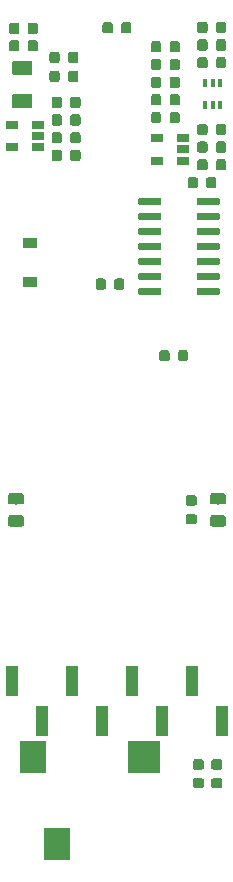
<source format=gbr>
G04 #@! TF.GenerationSoftware,KiCad,Pcbnew,5.99.0-unknown-c3175b4~86~ubuntu16.04.1*
G04 #@! TF.CreationDate,2019-12-09T10:27:28-08:00*
G04 #@! TF.ProjectId,wogglebug,776f6767-6c65-4627-9567-2e6b69636164,rev?*
G04 #@! TF.SameCoordinates,Original*
G04 #@! TF.FileFunction,Paste,Bot*
G04 #@! TF.FilePolarity,Positive*
%FSLAX46Y46*%
G04 Gerber Fmt 4.6, Leading zero omitted, Abs format (unit mm)*
G04 Created by KiCad (PCBNEW 5.99.0-unknown-c3175b4~86~ubuntu16.04.1) date 2019-12-09 10:27:28*
%MOMM*%
%LPD*%
G04 APERTURE LIST*
%ADD10C,0.100000*%
%ADD11C,0.875000*%
%ADD12R,1.200000X0.900000*%
%ADD13C,0.600000*%
%ADD14C,1.250000*%
%ADD15R,1.060000X0.650000*%
%ADD16R,0.400000X0.650000*%
%ADD17R,2.800000X2.800000*%
%ADD18R,2.200000X2.800000*%
%ADD19R,1.000000X2.510000*%
%ADD20C,0.975000*%
G04 APERTURE END LIST*
D10*
G36*
X156639962Y-140791651D02*
G01*
X156710930Y-140839070D01*
X156758349Y-140910038D01*
X156775000Y-140993750D01*
X156775000Y-141431250D01*
X156758349Y-141514962D01*
X156710930Y-141585930D01*
X156639962Y-141633349D01*
X156556250Y-141650000D01*
X156043750Y-141650000D01*
X155960038Y-141633349D01*
X155889070Y-141585930D01*
X155841651Y-141514962D01*
X155825000Y-141431250D01*
X155825000Y-140993750D01*
X155841651Y-140910038D01*
X155889070Y-140839070D01*
X155960038Y-140791651D01*
X156043750Y-140775000D01*
X156556250Y-140775000D01*
X156639962Y-140791651D01*
X156639962Y-140791651D01*
G37*
D11*
X156300000Y-141212500D03*
D10*
G36*
X156639962Y-142366651D02*
G01*
X156710930Y-142414070D01*
X156758349Y-142485038D01*
X156775000Y-142568750D01*
X156775000Y-143006250D01*
X156758349Y-143089962D01*
X156710930Y-143160930D01*
X156639962Y-143208349D01*
X156556250Y-143225000D01*
X156043750Y-143225000D01*
X155960038Y-143208349D01*
X155889070Y-143160930D01*
X155841651Y-143089962D01*
X155825000Y-143006250D01*
X155825000Y-142568750D01*
X155841651Y-142485038D01*
X155889070Y-142414070D01*
X155960038Y-142366651D01*
X156043750Y-142350000D01*
X156556250Y-142350000D01*
X156639962Y-142366651D01*
X156639962Y-142366651D01*
G37*
D11*
X156300000Y-142787500D03*
D10*
G36*
X148927462Y-122441651D02*
G01*
X148998430Y-122489070D01*
X149045849Y-122560038D01*
X149062500Y-122643750D01*
X149062500Y-123156250D01*
X149045849Y-123239962D01*
X148998430Y-123310930D01*
X148927462Y-123358349D01*
X148843750Y-123375000D01*
X148406250Y-123375000D01*
X148322538Y-123358349D01*
X148251570Y-123310930D01*
X148204151Y-123239962D01*
X148187500Y-123156250D01*
X148187500Y-122643750D01*
X148204151Y-122560038D01*
X148251570Y-122489070D01*
X148322538Y-122441651D01*
X148406250Y-122425000D01*
X148843750Y-122425000D01*
X148927462Y-122441651D01*
X148927462Y-122441651D01*
G37*
D11*
X148625000Y-122900000D03*
D10*
G36*
X150502462Y-122441651D02*
G01*
X150573430Y-122489070D01*
X150620849Y-122560038D01*
X150637500Y-122643750D01*
X150637500Y-123156250D01*
X150620849Y-123239962D01*
X150573430Y-123310930D01*
X150502462Y-123358349D01*
X150418750Y-123375000D01*
X149981250Y-123375000D01*
X149897538Y-123358349D01*
X149826570Y-123310930D01*
X149779151Y-123239962D01*
X149762500Y-123156250D01*
X149762500Y-122643750D01*
X149779151Y-122560038D01*
X149826570Y-122489070D01*
X149897538Y-122441651D01*
X149981250Y-122425000D01*
X150418750Y-122425000D01*
X150502462Y-122441651D01*
X150502462Y-122441651D01*
G37*
D11*
X150200000Y-122900000D03*
D10*
G36*
X145014962Y-104841651D02*
G01*
X145085930Y-104889070D01*
X145133349Y-104960038D01*
X145150000Y-105043750D01*
X145150000Y-105556250D01*
X145133349Y-105639962D01*
X145085930Y-105710930D01*
X145014962Y-105758349D01*
X144931250Y-105775000D01*
X144493750Y-105775000D01*
X144410038Y-105758349D01*
X144339070Y-105710930D01*
X144291651Y-105639962D01*
X144275000Y-105556250D01*
X144275000Y-105043750D01*
X144291651Y-104960038D01*
X144339070Y-104889070D01*
X144410038Y-104841651D01*
X144493750Y-104825000D01*
X144931250Y-104825000D01*
X145014962Y-104841651D01*
X145014962Y-104841651D01*
G37*
D11*
X144712500Y-105300000D03*
D10*
G36*
X146589962Y-104841651D02*
G01*
X146660930Y-104889070D01*
X146708349Y-104960038D01*
X146725000Y-105043750D01*
X146725000Y-105556250D01*
X146708349Y-105639962D01*
X146660930Y-105710930D01*
X146589962Y-105758349D01*
X146506250Y-105775000D01*
X146068750Y-105775000D01*
X145985038Y-105758349D01*
X145914070Y-105710930D01*
X145866651Y-105639962D01*
X145850000Y-105556250D01*
X145850000Y-105043750D01*
X145866651Y-104960038D01*
X145914070Y-104889070D01*
X145985038Y-104841651D01*
X146068750Y-104825000D01*
X146506250Y-104825000D01*
X146589962Y-104841651D01*
X146589962Y-104841651D01*
G37*
D11*
X146287500Y-105300000D03*
D10*
G36*
X159109962Y-112341651D02*
G01*
X159180930Y-112389070D01*
X159228349Y-112460038D01*
X159245000Y-112543750D01*
X159245000Y-113056250D01*
X159228349Y-113139962D01*
X159180930Y-113210930D01*
X159109962Y-113258349D01*
X159026250Y-113275000D01*
X158588750Y-113275000D01*
X158505038Y-113258349D01*
X158434070Y-113210930D01*
X158386651Y-113139962D01*
X158370000Y-113056250D01*
X158370000Y-112543750D01*
X158386651Y-112460038D01*
X158434070Y-112389070D01*
X158505038Y-112341651D01*
X158588750Y-112325000D01*
X159026250Y-112325000D01*
X159109962Y-112341651D01*
X159109962Y-112341651D01*
G37*
D11*
X158807500Y-112800000D03*
D10*
G36*
X157534962Y-112341651D02*
G01*
X157605930Y-112389070D01*
X157653349Y-112460038D01*
X157670000Y-112543750D01*
X157670000Y-113056250D01*
X157653349Y-113139962D01*
X157605930Y-113210930D01*
X157534962Y-113258349D01*
X157451250Y-113275000D01*
X157013750Y-113275000D01*
X156930038Y-113258349D01*
X156859070Y-113210930D01*
X156811651Y-113139962D01*
X156795000Y-113056250D01*
X156795000Y-112543750D01*
X156811651Y-112460038D01*
X156859070Y-112389070D01*
X156930038Y-112341651D01*
X157013750Y-112325000D01*
X157451250Y-112325000D01*
X157534962Y-112341651D01*
X157534962Y-112341651D01*
G37*
D11*
X157232500Y-112800000D03*
D10*
G36*
X145014962Y-103241651D02*
G01*
X145085930Y-103289070D01*
X145133349Y-103360038D01*
X145150000Y-103443750D01*
X145150000Y-103956250D01*
X145133349Y-104039962D01*
X145085930Y-104110930D01*
X145014962Y-104158349D01*
X144931250Y-104175000D01*
X144493750Y-104175000D01*
X144410038Y-104158349D01*
X144339070Y-104110930D01*
X144291651Y-104039962D01*
X144275000Y-103956250D01*
X144275000Y-103443750D01*
X144291651Y-103360038D01*
X144339070Y-103289070D01*
X144410038Y-103241651D01*
X144493750Y-103225000D01*
X144931250Y-103225000D01*
X145014962Y-103241651D01*
X145014962Y-103241651D01*
G37*
D11*
X144712500Y-103700000D03*
D10*
G36*
X146589962Y-103241651D02*
G01*
X146660930Y-103289070D01*
X146708349Y-103360038D01*
X146725000Y-103443750D01*
X146725000Y-103956250D01*
X146708349Y-104039962D01*
X146660930Y-104110930D01*
X146589962Y-104158349D01*
X146506250Y-104175000D01*
X146068750Y-104175000D01*
X145985038Y-104158349D01*
X145914070Y-104110930D01*
X145866651Y-104039962D01*
X145850000Y-103956250D01*
X145850000Y-103443750D01*
X145866651Y-103360038D01*
X145914070Y-103289070D01*
X145985038Y-103241651D01*
X146068750Y-103225000D01*
X146506250Y-103225000D01*
X146589962Y-103241651D01*
X146589962Y-103241651D01*
G37*
D11*
X146287500Y-103700000D03*
D10*
G36*
X155189962Y-103841651D02*
G01*
X155260930Y-103889070D01*
X155308349Y-103960038D01*
X155325000Y-104043750D01*
X155325000Y-104556250D01*
X155308349Y-104639962D01*
X155260930Y-104710930D01*
X155189962Y-104758349D01*
X155106250Y-104775000D01*
X154668750Y-104775000D01*
X154585038Y-104758349D01*
X154514070Y-104710930D01*
X154466651Y-104639962D01*
X154450000Y-104556250D01*
X154450000Y-104043750D01*
X154466651Y-103960038D01*
X154514070Y-103889070D01*
X154585038Y-103841651D01*
X154668750Y-103825000D01*
X155106250Y-103825000D01*
X155189962Y-103841651D01*
X155189962Y-103841651D01*
G37*
D11*
X154887500Y-104300000D03*
D10*
G36*
X153614962Y-103841651D02*
G01*
X153685930Y-103889070D01*
X153733349Y-103960038D01*
X153750000Y-104043750D01*
X153750000Y-104556250D01*
X153733349Y-104639962D01*
X153685930Y-104710930D01*
X153614962Y-104758349D01*
X153531250Y-104775000D01*
X153093750Y-104775000D01*
X153010038Y-104758349D01*
X152939070Y-104710930D01*
X152891651Y-104639962D01*
X152875000Y-104556250D01*
X152875000Y-104043750D01*
X152891651Y-103960038D01*
X152939070Y-103889070D01*
X153010038Y-103841651D01*
X153093750Y-103825000D01*
X153531250Y-103825000D01*
X153614962Y-103841651D01*
X153614962Y-103841651D01*
G37*
D11*
X153312500Y-104300000D03*
D10*
G36*
X159109962Y-100691651D02*
G01*
X159180930Y-100739070D01*
X159228349Y-100810038D01*
X159245000Y-100893750D01*
X159245000Y-101406250D01*
X159228349Y-101489962D01*
X159180930Y-101560930D01*
X159109962Y-101608349D01*
X159026250Y-101625000D01*
X158588750Y-101625000D01*
X158505038Y-101608349D01*
X158434070Y-101560930D01*
X158386651Y-101489962D01*
X158370000Y-101406250D01*
X158370000Y-100893750D01*
X158386651Y-100810038D01*
X158434070Y-100739070D01*
X158505038Y-100691651D01*
X158588750Y-100675000D01*
X159026250Y-100675000D01*
X159109962Y-100691651D01*
X159109962Y-100691651D01*
G37*
D11*
X158807500Y-101150000D03*
D10*
G36*
X157534962Y-100691651D02*
G01*
X157605930Y-100739070D01*
X157653349Y-100810038D01*
X157670000Y-100893750D01*
X157670000Y-101406250D01*
X157653349Y-101489962D01*
X157605930Y-101560930D01*
X157534962Y-101608349D01*
X157451250Y-101625000D01*
X157013750Y-101625000D01*
X156930038Y-101608349D01*
X156859070Y-101560930D01*
X156811651Y-101489962D01*
X156795000Y-101406250D01*
X156795000Y-100893750D01*
X156811651Y-100810038D01*
X156859070Y-100739070D01*
X156930038Y-100691651D01*
X157013750Y-100675000D01*
X157451250Y-100675000D01*
X157534962Y-100691651D01*
X157534962Y-100691651D01*
G37*
D11*
X157232500Y-101150000D03*
D10*
G36*
X145214962Y-107041651D02*
G01*
X145285930Y-107089070D01*
X145333349Y-107160038D01*
X145350000Y-107243750D01*
X145350000Y-107756250D01*
X145333349Y-107839962D01*
X145285930Y-107910930D01*
X145214962Y-107958349D01*
X145131250Y-107975000D01*
X144693750Y-107975000D01*
X144610038Y-107958349D01*
X144539070Y-107910930D01*
X144491651Y-107839962D01*
X144475000Y-107756250D01*
X144475000Y-107243750D01*
X144491651Y-107160038D01*
X144539070Y-107089070D01*
X144610038Y-107041651D01*
X144693750Y-107025000D01*
X145131250Y-107025000D01*
X145214962Y-107041651D01*
X145214962Y-107041651D01*
G37*
D11*
X144912500Y-107500000D03*
D10*
G36*
X146789962Y-107041651D02*
G01*
X146860930Y-107089070D01*
X146908349Y-107160038D01*
X146925000Y-107243750D01*
X146925000Y-107756250D01*
X146908349Y-107839962D01*
X146860930Y-107910930D01*
X146789962Y-107958349D01*
X146706250Y-107975000D01*
X146268750Y-107975000D01*
X146185038Y-107958349D01*
X146114070Y-107910930D01*
X146066651Y-107839962D01*
X146050000Y-107756250D01*
X146050000Y-107243750D01*
X146066651Y-107160038D01*
X146114070Y-107089070D01*
X146185038Y-107041651D01*
X146268750Y-107025000D01*
X146706250Y-107025000D01*
X146789962Y-107041651D01*
X146789962Y-107041651D01*
G37*
D11*
X146487500Y-107500000D03*
D10*
G36*
X156714962Y-113841651D02*
G01*
X156785930Y-113889070D01*
X156833349Y-113960038D01*
X156850000Y-114043750D01*
X156850000Y-114556250D01*
X156833349Y-114639962D01*
X156785930Y-114710930D01*
X156714962Y-114758349D01*
X156631250Y-114775000D01*
X156193750Y-114775000D01*
X156110038Y-114758349D01*
X156039070Y-114710930D01*
X155991651Y-114639962D01*
X155975000Y-114556250D01*
X155975000Y-114043750D01*
X155991651Y-113960038D01*
X156039070Y-113889070D01*
X156110038Y-113841651D01*
X156193750Y-113825000D01*
X156631250Y-113825000D01*
X156714962Y-113841651D01*
X156714962Y-113841651D01*
G37*
D11*
X156412500Y-114300000D03*
D10*
G36*
X158289962Y-113841651D02*
G01*
X158360930Y-113889070D01*
X158408349Y-113960038D01*
X158425000Y-114043750D01*
X158425000Y-114556250D01*
X158408349Y-114639962D01*
X158360930Y-114710930D01*
X158289962Y-114758349D01*
X158206250Y-114775000D01*
X157768750Y-114775000D01*
X157685038Y-114758349D01*
X157614070Y-114710930D01*
X157566651Y-114639962D01*
X157550000Y-114556250D01*
X157550000Y-114043750D01*
X157566651Y-113960038D01*
X157614070Y-113889070D01*
X157685038Y-113841651D01*
X157768750Y-113825000D01*
X158206250Y-113825000D01*
X158289962Y-113841651D01*
X158289962Y-113841651D01*
G37*
D11*
X157987500Y-114300000D03*
D10*
G36*
X149514962Y-100741651D02*
G01*
X149585930Y-100789070D01*
X149633349Y-100860038D01*
X149650000Y-100943750D01*
X149650000Y-101456250D01*
X149633349Y-101539962D01*
X149585930Y-101610930D01*
X149514962Y-101658349D01*
X149431250Y-101675000D01*
X148993750Y-101675000D01*
X148910038Y-101658349D01*
X148839070Y-101610930D01*
X148791651Y-101539962D01*
X148775000Y-101456250D01*
X148775000Y-100943750D01*
X148791651Y-100860038D01*
X148839070Y-100789070D01*
X148910038Y-100741651D01*
X148993750Y-100725000D01*
X149431250Y-100725000D01*
X149514962Y-100741651D01*
X149514962Y-100741651D01*
G37*
D11*
X149212500Y-101200000D03*
D10*
G36*
X151089962Y-100741651D02*
G01*
X151160930Y-100789070D01*
X151208349Y-100860038D01*
X151225000Y-100943750D01*
X151225000Y-101456250D01*
X151208349Y-101539962D01*
X151160930Y-101610930D01*
X151089962Y-101658349D01*
X151006250Y-101675000D01*
X150568750Y-101675000D01*
X150485038Y-101658349D01*
X150414070Y-101610930D01*
X150366651Y-101539962D01*
X150350000Y-101456250D01*
X150350000Y-100943750D01*
X150366651Y-100860038D01*
X150414070Y-100789070D01*
X150485038Y-100741651D01*
X150568750Y-100725000D01*
X151006250Y-100725000D01*
X151089962Y-100741651D01*
X151089962Y-100741651D01*
G37*
D11*
X150787500Y-101200000D03*
D12*
X142600000Y-122750000D03*
X142600000Y-119450000D03*
D10*
G36*
X141595462Y-102271651D02*
G01*
X141666430Y-102319070D01*
X141713849Y-102390038D01*
X141730500Y-102473750D01*
X141730500Y-102986250D01*
X141713849Y-103069962D01*
X141666430Y-103140930D01*
X141595462Y-103188349D01*
X141511750Y-103205000D01*
X141074250Y-103205000D01*
X140990538Y-103188349D01*
X140919570Y-103140930D01*
X140872151Y-103069962D01*
X140855500Y-102986250D01*
X140855500Y-102473750D01*
X140872151Y-102390038D01*
X140919570Y-102319070D01*
X140990538Y-102271651D01*
X141074250Y-102255000D01*
X141511750Y-102255000D01*
X141595462Y-102271651D01*
X141595462Y-102271651D01*
G37*
D11*
X141293000Y-102730000D03*
D10*
G36*
X143170462Y-102271651D02*
G01*
X143241430Y-102319070D01*
X143288849Y-102390038D01*
X143305500Y-102473750D01*
X143305500Y-102986250D01*
X143288849Y-103069962D01*
X143241430Y-103140930D01*
X143170462Y-103188349D01*
X143086750Y-103205000D01*
X142649250Y-103205000D01*
X142565538Y-103188349D01*
X142494570Y-103140930D01*
X142447151Y-103069962D01*
X142430500Y-102986250D01*
X142430500Y-102473750D01*
X142447151Y-102390038D01*
X142494570Y-102319070D01*
X142565538Y-102271651D01*
X142649250Y-102255000D01*
X143086750Y-102255000D01*
X143170462Y-102271651D01*
X143170462Y-102271651D01*
G37*
D11*
X142868000Y-102730000D03*
D10*
G36*
X146789962Y-110041651D02*
G01*
X146860930Y-110089070D01*
X146908349Y-110160038D01*
X146925000Y-110243750D01*
X146925000Y-110756250D01*
X146908349Y-110839962D01*
X146860930Y-110910930D01*
X146789962Y-110958349D01*
X146706250Y-110975000D01*
X146268750Y-110975000D01*
X146185038Y-110958349D01*
X146114070Y-110910930D01*
X146066651Y-110839962D01*
X146050000Y-110756250D01*
X146050000Y-110243750D01*
X146066651Y-110160038D01*
X146114070Y-110089070D01*
X146185038Y-110041651D01*
X146268750Y-110025000D01*
X146706250Y-110025000D01*
X146789962Y-110041651D01*
X146789962Y-110041651D01*
G37*
D11*
X146487500Y-110500000D03*
D10*
G36*
X145214962Y-110041651D02*
G01*
X145285930Y-110089070D01*
X145333349Y-110160038D01*
X145350000Y-110243750D01*
X145350000Y-110756250D01*
X145333349Y-110839962D01*
X145285930Y-110910930D01*
X145214962Y-110958349D01*
X145131250Y-110975000D01*
X144693750Y-110975000D01*
X144610038Y-110958349D01*
X144539070Y-110910930D01*
X144491651Y-110839962D01*
X144475000Y-110756250D01*
X144475000Y-110243750D01*
X144491651Y-110160038D01*
X144539070Y-110089070D01*
X144610038Y-110041651D01*
X144693750Y-110025000D01*
X145131250Y-110025000D01*
X145214962Y-110041651D01*
X145214962Y-110041651D01*
G37*
D11*
X144912500Y-110500000D03*
D10*
G36*
X153657403Y-115601418D02*
G01*
X153706066Y-115633934D01*
X153738582Y-115682597D01*
X153750000Y-115740000D01*
X153750000Y-116040000D01*
X153738582Y-116097403D01*
X153706066Y-116146066D01*
X153657403Y-116178582D01*
X153600000Y-116190000D01*
X151950000Y-116190000D01*
X151892597Y-116178582D01*
X151843934Y-116146066D01*
X151811418Y-116097403D01*
X151800000Y-116040000D01*
X151800000Y-115740000D01*
X151811418Y-115682597D01*
X151843934Y-115633934D01*
X151892597Y-115601418D01*
X151950000Y-115590000D01*
X153600000Y-115590000D01*
X153657403Y-115601418D01*
X153657403Y-115601418D01*
G37*
D13*
X152775000Y-115890000D03*
D10*
G36*
X153657403Y-116871418D02*
G01*
X153706066Y-116903934D01*
X153738582Y-116952597D01*
X153750000Y-117010000D01*
X153750000Y-117310000D01*
X153738582Y-117367403D01*
X153706066Y-117416066D01*
X153657403Y-117448582D01*
X153600000Y-117460000D01*
X151950000Y-117460000D01*
X151892597Y-117448582D01*
X151843934Y-117416066D01*
X151811418Y-117367403D01*
X151800000Y-117310000D01*
X151800000Y-117010000D01*
X151811418Y-116952597D01*
X151843934Y-116903934D01*
X151892597Y-116871418D01*
X151950000Y-116860000D01*
X153600000Y-116860000D01*
X153657403Y-116871418D01*
X153657403Y-116871418D01*
G37*
D13*
X152775000Y-117160000D03*
D10*
G36*
X153657403Y-118141418D02*
G01*
X153706066Y-118173934D01*
X153738582Y-118222597D01*
X153750000Y-118280000D01*
X153750000Y-118580000D01*
X153738582Y-118637403D01*
X153706066Y-118686066D01*
X153657403Y-118718582D01*
X153600000Y-118730000D01*
X151950000Y-118730000D01*
X151892597Y-118718582D01*
X151843934Y-118686066D01*
X151811418Y-118637403D01*
X151800000Y-118580000D01*
X151800000Y-118280000D01*
X151811418Y-118222597D01*
X151843934Y-118173934D01*
X151892597Y-118141418D01*
X151950000Y-118130000D01*
X153600000Y-118130000D01*
X153657403Y-118141418D01*
X153657403Y-118141418D01*
G37*
D13*
X152775000Y-118430000D03*
D10*
G36*
X153657403Y-119411418D02*
G01*
X153706066Y-119443934D01*
X153738582Y-119492597D01*
X153750000Y-119550000D01*
X153750000Y-119850000D01*
X153738582Y-119907403D01*
X153706066Y-119956066D01*
X153657403Y-119988582D01*
X153600000Y-120000000D01*
X151950000Y-120000000D01*
X151892597Y-119988582D01*
X151843934Y-119956066D01*
X151811418Y-119907403D01*
X151800000Y-119850000D01*
X151800000Y-119550000D01*
X151811418Y-119492597D01*
X151843934Y-119443934D01*
X151892597Y-119411418D01*
X151950000Y-119400000D01*
X153600000Y-119400000D01*
X153657403Y-119411418D01*
X153657403Y-119411418D01*
G37*
D13*
X152775000Y-119700000D03*
D10*
G36*
X153657403Y-120681418D02*
G01*
X153706066Y-120713934D01*
X153738582Y-120762597D01*
X153750000Y-120820000D01*
X153750000Y-121120000D01*
X153738582Y-121177403D01*
X153706066Y-121226066D01*
X153657403Y-121258582D01*
X153600000Y-121270000D01*
X151950000Y-121270000D01*
X151892597Y-121258582D01*
X151843934Y-121226066D01*
X151811418Y-121177403D01*
X151800000Y-121120000D01*
X151800000Y-120820000D01*
X151811418Y-120762597D01*
X151843934Y-120713934D01*
X151892597Y-120681418D01*
X151950000Y-120670000D01*
X153600000Y-120670000D01*
X153657403Y-120681418D01*
X153657403Y-120681418D01*
G37*
D13*
X152775000Y-120970000D03*
D10*
G36*
X153657403Y-121951418D02*
G01*
X153706066Y-121983934D01*
X153738582Y-122032597D01*
X153750000Y-122090000D01*
X153750000Y-122390000D01*
X153738582Y-122447403D01*
X153706066Y-122496066D01*
X153657403Y-122528582D01*
X153600000Y-122540000D01*
X151950000Y-122540000D01*
X151892597Y-122528582D01*
X151843934Y-122496066D01*
X151811418Y-122447403D01*
X151800000Y-122390000D01*
X151800000Y-122090000D01*
X151811418Y-122032597D01*
X151843934Y-121983934D01*
X151892597Y-121951418D01*
X151950000Y-121940000D01*
X153600000Y-121940000D01*
X153657403Y-121951418D01*
X153657403Y-121951418D01*
G37*
D13*
X152775000Y-122240000D03*
D10*
G36*
X153657403Y-123221418D02*
G01*
X153706066Y-123253934D01*
X153738582Y-123302597D01*
X153750000Y-123360000D01*
X153750000Y-123660000D01*
X153738582Y-123717403D01*
X153706066Y-123766066D01*
X153657403Y-123798582D01*
X153600000Y-123810000D01*
X151950000Y-123810000D01*
X151892597Y-123798582D01*
X151843934Y-123766066D01*
X151811418Y-123717403D01*
X151800000Y-123660000D01*
X151800000Y-123360000D01*
X151811418Y-123302597D01*
X151843934Y-123253934D01*
X151892597Y-123221418D01*
X151950000Y-123210000D01*
X153600000Y-123210000D01*
X153657403Y-123221418D01*
X153657403Y-123221418D01*
G37*
D13*
X152775000Y-123510000D03*
D10*
G36*
X158607403Y-123221418D02*
G01*
X158656066Y-123253934D01*
X158688582Y-123302597D01*
X158700000Y-123360000D01*
X158700000Y-123660000D01*
X158688582Y-123717403D01*
X158656066Y-123766066D01*
X158607403Y-123798582D01*
X158550000Y-123810000D01*
X156900000Y-123810000D01*
X156842597Y-123798582D01*
X156793934Y-123766066D01*
X156761418Y-123717403D01*
X156750000Y-123660000D01*
X156750000Y-123360000D01*
X156761418Y-123302597D01*
X156793934Y-123253934D01*
X156842597Y-123221418D01*
X156900000Y-123210000D01*
X158550000Y-123210000D01*
X158607403Y-123221418D01*
X158607403Y-123221418D01*
G37*
D13*
X157725000Y-123510000D03*
D10*
G36*
X158607403Y-121951418D02*
G01*
X158656066Y-121983934D01*
X158688582Y-122032597D01*
X158700000Y-122090000D01*
X158700000Y-122390000D01*
X158688582Y-122447403D01*
X158656066Y-122496066D01*
X158607403Y-122528582D01*
X158550000Y-122540000D01*
X156900000Y-122540000D01*
X156842597Y-122528582D01*
X156793934Y-122496066D01*
X156761418Y-122447403D01*
X156750000Y-122390000D01*
X156750000Y-122090000D01*
X156761418Y-122032597D01*
X156793934Y-121983934D01*
X156842597Y-121951418D01*
X156900000Y-121940000D01*
X158550000Y-121940000D01*
X158607403Y-121951418D01*
X158607403Y-121951418D01*
G37*
D13*
X157725000Y-122240000D03*
D10*
G36*
X158607403Y-120681418D02*
G01*
X158656066Y-120713934D01*
X158688582Y-120762597D01*
X158700000Y-120820000D01*
X158700000Y-121120000D01*
X158688582Y-121177403D01*
X158656066Y-121226066D01*
X158607403Y-121258582D01*
X158550000Y-121270000D01*
X156900000Y-121270000D01*
X156842597Y-121258582D01*
X156793934Y-121226066D01*
X156761418Y-121177403D01*
X156750000Y-121120000D01*
X156750000Y-120820000D01*
X156761418Y-120762597D01*
X156793934Y-120713934D01*
X156842597Y-120681418D01*
X156900000Y-120670000D01*
X158550000Y-120670000D01*
X158607403Y-120681418D01*
X158607403Y-120681418D01*
G37*
D13*
X157725000Y-120970000D03*
D10*
G36*
X158607403Y-119411418D02*
G01*
X158656066Y-119443934D01*
X158688582Y-119492597D01*
X158700000Y-119550000D01*
X158700000Y-119850000D01*
X158688582Y-119907403D01*
X158656066Y-119956066D01*
X158607403Y-119988582D01*
X158550000Y-120000000D01*
X156900000Y-120000000D01*
X156842597Y-119988582D01*
X156793934Y-119956066D01*
X156761418Y-119907403D01*
X156750000Y-119850000D01*
X156750000Y-119550000D01*
X156761418Y-119492597D01*
X156793934Y-119443934D01*
X156842597Y-119411418D01*
X156900000Y-119400000D01*
X158550000Y-119400000D01*
X158607403Y-119411418D01*
X158607403Y-119411418D01*
G37*
D13*
X157725000Y-119700000D03*
D10*
G36*
X158607403Y-118141418D02*
G01*
X158656066Y-118173934D01*
X158688582Y-118222597D01*
X158700000Y-118280000D01*
X158700000Y-118580000D01*
X158688582Y-118637403D01*
X158656066Y-118686066D01*
X158607403Y-118718582D01*
X158550000Y-118730000D01*
X156900000Y-118730000D01*
X156842597Y-118718582D01*
X156793934Y-118686066D01*
X156761418Y-118637403D01*
X156750000Y-118580000D01*
X156750000Y-118280000D01*
X156761418Y-118222597D01*
X156793934Y-118173934D01*
X156842597Y-118141418D01*
X156900000Y-118130000D01*
X158550000Y-118130000D01*
X158607403Y-118141418D01*
X158607403Y-118141418D01*
G37*
D13*
X157725000Y-118430000D03*
D10*
G36*
X158607403Y-116871418D02*
G01*
X158656066Y-116903934D01*
X158688582Y-116952597D01*
X158700000Y-117010000D01*
X158700000Y-117310000D01*
X158688582Y-117367403D01*
X158656066Y-117416066D01*
X158607403Y-117448582D01*
X158550000Y-117460000D01*
X156900000Y-117460000D01*
X156842597Y-117448582D01*
X156793934Y-117416066D01*
X156761418Y-117367403D01*
X156750000Y-117310000D01*
X156750000Y-117010000D01*
X156761418Y-116952597D01*
X156793934Y-116903934D01*
X156842597Y-116871418D01*
X156900000Y-116860000D01*
X158550000Y-116860000D01*
X158607403Y-116871418D01*
X158607403Y-116871418D01*
G37*
D13*
X157725000Y-117160000D03*
D10*
G36*
X158607403Y-115601418D02*
G01*
X158656066Y-115633934D01*
X158688582Y-115682597D01*
X158700000Y-115740000D01*
X158700000Y-116040000D01*
X158688582Y-116097403D01*
X158656066Y-116146066D01*
X158607403Y-116178582D01*
X158550000Y-116190000D01*
X156900000Y-116190000D01*
X156842597Y-116178582D01*
X156793934Y-116146066D01*
X156761418Y-116097403D01*
X156750000Y-116040000D01*
X156750000Y-115740000D01*
X156761418Y-115682597D01*
X156793934Y-115633934D01*
X156842597Y-115601418D01*
X156900000Y-115590000D01*
X158550000Y-115590000D01*
X158607403Y-115601418D01*
X158607403Y-115601418D01*
G37*
D13*
X157725000Y-115890000D03*
D10*
G36*
X155189962Y-108341651D02*
G01*
X155260930Y-108389070D01*
X155308349Y-108460038D01*
X155325000Y-108543750D01*
X155325000Y-109056250D01*
X155308349Y-109139962D01*
X155260930Y-109210930D01*
X155189962Y-109258349D01*
X155106250Y-109275000D01*
X154668750Y-109275000D01*
X154585038Y-109258349D01*
X154514070Y-109210930D01*
X154466651Y-109139962D01*
X154450000Y-109056250D01*
X154450000Y-108543750D01*
X154466651Y-108460038D01*
X154514070Y-108389070D01*
X154585038Y-108341651D01*
X154668750Y-108325000D01*
X155106250Y-108325000D01*
X155189962Y-108341651D01*
X155189962Y-108341651D01*
G37*
D11*
X154887500Y-108800000D03*
D10*
G36*
X153614962Y-108341651D02*
G01*
X153685930Y-108389070D01*
X153733349Y-108460038D01*
X153750000Y-108543750D01*
X153750000Y-109056250D01*
X153733349Y-109139962D01*
X153685930Y-109210930D01*
X153614962Y-109258349D01*
X153531250Y-109275000D01*
X153093750Y-109275000D01*
X153010038Y-109258349D01*
X152939070Y-109210930D01*
X152891651Y-109139962D01*
X152875000Y-109056250D01*
X152875000Y-108543750D01*
X152891651Y-108460038D01*
X152939070Y-108389070D01*
X153010038Y-108341651D01*
X153093750Y-108325000D01*
X153531250Y-108325000D01*
X153614962Y-108341651D01*
X153614962Y-108341651D01*
G37*
D11*
X153312500Y-108800000D03*
D10*
G36*
X142695671Y-106794030D02*
G01*
X142776777Y-106848223D01*
X142830970Y-106929329D01*
X142850000Y-107025000D01*
X142850000Y-107775000D01*
X142830970Y-107870671D01*
X142776777Y-107951777D01*
X142695671Y-108005970D01*
X142600000Y-108025000D01*
X141350000Y-108025000D01*
X141254329Y-108005970D01*
X141173223Y-107951777D01*
X141119030Y-107870671D01*
X141100000Y-107775000D01*
X141100000Y-107025000D01*
X141119030Y-106929329D01*
X141173223Y-106848223D01*
X141254329Y-106794030D01*
X141350000Y-106775000D01*
X142600000Y-106775000D01*
X142695671Y-106794030D01*
X142695671Y-106794030D01*
G37*
D14*
X141975000Y-107400000D03*
D10*
G36*
X142695671Y-103994030D02*
G01*
X142776777Y-104048223D01*
X142830970Y-104129329D01*
X142850000Y-104225000D01*
X142850000Y-104975000D01*
X142830970Y-105070671D01*
X142776777Y-105151777D01*
X142695671Y-105205970D01*
X142600000Y-105225000D01*
X141350000Y-105225000D01*
X141254329Y-105205970D01*
X141173223Y-105151777D01*
X141119030Y-105070671D01*
X141100000Y-104975000D01*
X141100000Y-104225000D01*
X141119030Y-104129329D01*
X141173223Y-104048223D01*
X141254329Y-103994030D01*
X141350000Y-103975000D01*
X142600000Y-103975000D01*
X142695671Y-103994030D01*
X142695671Y-103994030D01*
G37*
D14*
X141975000Y-104600000D03*
D10*
G36*
X141595462Y-100771651D02*
G01*
X141666430Y-100819070D01*
X141713849Y-100890038D01*
X141730500Y-100973750D01*
X141730500Y-101486250D01*
X141713849Y-101569962D01*
X141666430Y-101640930D01*
X141595462Y-101688349D01*
X141511750Y-101705000D01*
X141074250Y-101705000D01*
X140990538Y-101688349D01*
X140919570Y-101640930D01*
X140872151Y-101569962D01*
X140855500Y-101486250D01*
X140855500Y-100973750D01*
X140872151Y-100890038D01*
X140919570Y-100819070D01*
X140990538Y-100771651D01*
X141074250Y-100755000D01*
X141511750Y-100755000D01*
X141595462Y-100771651D01*
X141595462Y-100771651D01*
G37*
D11*
X141293000Y-101230000D03*
D10*
G36*
X143170462Y-100771651D02*
G01*
X143241430Y-100819070D01*
X143288849Y-100890038D01*
X143305500Y-100973750D01*
X143305500Y-101486250D01*
X143288849Y-101569962D01*
X143241430Y-101640930D01*
X143170462Y-101688349D01*
X143086750Y-101705000D01*
X142649250Y-101705000D01*
X142565538Y-101688349D01*
X142494570Y-101640930D01*
X142447151Y-101569962D01*
X142430500Y-101486250D01*
X142430500Y-100973750D01*
X142447151Y-100890038D01*
X142494570Y-100819070D01*
X142565538Y-100771651D01*
X142649250Y-100755000D01*
X143086750Y-100755000D01*
X143170462Y-100771651D01*
X143170462Y-100771651D01*
G37*
D11*
X142868000Y-101230000D03*
D10*
G36*
X153614962Y-102341651D02*
G01*
X153685930Y-102389070D01*
X153733349Y-102460038D01*
X153750000Y-102543750D01*
X153750000Y-103056250D01*
X153733349Y-103139962D01*
X153685930Y-103210930D01*
X153614962Y-103258349D01*
X153531250Y-103275000D01*
X153093750Y-103275000D01*
X153010038Y-103258349D01*
X152939070Y-103210930D01*
X152891651Y-103139962D01*
X152875000Y-103056250D01*
X152875000Y-102543750D01*
X152891651Y-102460038D01*
X152939070Y-102389070D01*
X153010038Y-102341651D01*
X153093750Y-102325000D01*
X153531250Y-102325000D01*
X153614962Y-102341651D01*
X153614962Y-102341651D01*
G37*
D11*
X153312500Y-102800000D03*
D10*
G36*
X155189962Y-102341651D02*
G01*
X155260930Y-102389070D01*
X155308349Y-102460038D01*
X155325000Y-102543750D01*
X155325000Y-103056250D01*
X155308349Y-103139962D01*
X155260930Y-103210930D01*
X155189962Y-103258349D01*
X155106250Y-103275000D01*
X154668750Y-103275000D01*
X154585038Y-103258349D01*
X154514070Y-103210930D01*
X154466651Y-103139962D01*
X154450000Y-103056250D01*
X154450000Y-102543750D01*
X154466651Y-102460038D01*
X154514070Y-102389070D01*
X154585038Y-102341651D01*
X154668750Y-102325000D01*
X155106250Y-102325000D01*
X155189962Y-102341651D01*
X155189962Y-102341651D01*
G37*
D11*
X154887500Y-102800000D03*
D10*
G36*
X157534962Y-102191651D02*
G01*
X157605930Y-102239070D01*
X157653349Y-102310038D01*
X157670000Y-102393750D01*
X157670000Y-102906250D01*
X157653349Y-102989962D01*
X157605930Y-103060930D01*
X157534962Y-103108349D01*
X157451250Y-103125000D01*
X157013750Y-103125000D01*
X156930038Y-103108349D01*
X156859070Y-103060930D01*
X156811651Y-102989962D01*
X156795000Y-102906250D01*
X156795000Y-102393750D01*
X156811651Y-102310038D01*
X156859070Y-102239070D01*
X156930038Y-102191651D01*
X157013750Y-102175000D01*
X157451250Y-102175000D01*
X157534962Y-102191651D01*
X157534962Y-102191651D01*
G37*
D11*
X157232500Y-102650000D03*
D10*
G36*
X159109962Y-102191651D02*
G01*
X159180930Y-102239070D01*
X159228349Y-102310038D01*
X159245000Y-102393750D01*
X159245000Y-102906250D01*
X159228349Y-102989962D01*
X159180930Y-103060930D01*
X159109962Y-103108349D01*
X159026250Y-103125000D01*
X158588750Y-103125000D01*
X158505038Y-103108349D01*
X158434070Y-103060930D01*
X158386651Y-102989962D01*
X158370000Y-102906250D01*
X158370000Y-102393750D01*
X158386651Y-102310038D01*
X158434070Y-102239070D01*
X158505038Y-102191651D01*
X158588750Y-102175000D01*
X159026250Y-102175000D01*
X159109962Y-102191651D01*
X159109962Y-102191651D01*
G37*
D11*
X158807500Y-102650000D03*
D10*
G36*
X155189962Y-106841651D02*
G01*
X155260930Y-106889070D01*
X155308349Y-106960038D01*
X155325000Y-107043750D01*
X155325000Y-107556250D01*
X155308349Y-107639962D01*
X155260930Y-107710930D01*
X155189962Y-107758349D01*
X155106250Y-107775000D01*
X154668750Y-107775000D01*
X154585038Y-107758349D01*
X154514070Y-107710930D01*
X154466651Y-107639962D01*
X154450000Y-107556250D01*
X154450000Y-107043750D01*
X154466651Y-106960038D01*
X154514070Y-106889070D01*
X154585038Y-106841651D01*
X154668750Y-106825000D01*
X155106250Y-106825000D01*
X155189962Y-106841651D01*
X155189962Y-106841651D01*
G37*
D11*
X154887500Y-107300000D03*
D10*
G36*
X153614962Y-106841651D02*
G01*
X153685930Y-106889070D01*
X153733349Y-106960038D01*
X153750000Y-107043750D01*
X153750000Y-107556250D01*
X153733349Y-107639962D01*
X153685930Y-107710930D01*
X153614962Y-107758349D01*
X153531250Y-107775000D01*
X153093750Y-107775000D01*
X153010038Y-107758349D01*
X152939070Y-107710930D01*
X152891651Y-107639962D01*
X152875000Y-107556250D01*
X152875000Y-107043750D01*
X152891651Y-106960038D01*
X152939070Y-106889070D01*
X153010038Y-106841651D01*
X153093750Y-106825000D01*
X153531250Y-106825000D01*
X153614962Y-106841651D01*
X153614962Y-106841651D01*
G37*
D11*
X153312500Y-107300000D03*
D10*
G36*
X154314962Y-128491651D02*
G01*
X154385930Y-128539070D01*
X154433349Y-128610038D01*
X154450000Y-128693750D01*
X154450000Y-129206250D01*
X154433349Y-129289962D01*
X154385930Y-129360930D01*
X154314962Y-129408349D01*
X154231250Y-129425000D01*
X153793750Y-129425000D01*
X153710038Y-129408349D01*
X153639070Y-129360930D01*
X153591651Y-129289962D01*
X153575000Y-129206250D01*
X153575000Y-128693750D01*
X153591651Y-128610038D01*
X153639070Y-128539070D01*
X153710038Y-128491651D01*
X153793750Y-128475000D01*
X154231250Y-128475000D01*
X154314962Y-128491651D01*
X154314962Y-128491651D01*
G37*
D11*
X154012500Y-128950000D03*
D10*
G36*
X155889962Y-128491651D02*
G01*
X155960930Y-128539070D01*
X156008349Y-128610038D01*
X156025000Y-128693750D01*
X156025000Y-129206250D01*
X156008349Y-129289962D01*
X155960930Y-129360930D01*
X155889962Y-129408349D01*
X155806250Y-129425000D01*
X155368750Y-129425000D01*
X155285038Y-129408349D01*
X155214070Y-129360930D01*
X155166651Y-129289962D01*
X155150000Y-129206250D01*
X155150000Y-128693750D01*
X155166651Y-128610038D01*
X155214070Y-128539070D01*
X155285038Y-128491651D01*
X155368750Y-128475000D01*
X155806250Y-128475000D01*
X155889962Y-128491651D01*
X155889962Y-128491651D01*
G37*
D11*
X155587500Y-128950000D03*
D15*
X141100000Y-109400000D03*
X141100000Y-111300000D03*
X143300000Y-111300000D03*
X143300000Y-110350000D03*
X143300000Y-109400000D03*
D10*
G36*
X157534962Y-103691651D02*
G01*
X157605930Y-103739070D01*
X157653349Y-103810038D01*
X157670000Y-103893750D01*
X157670000Y-104406250D01*
X157653349Y-104489962D01*
X157605930Y-104560930D01*
X157534962Y-104608349D01*
X157451250Y-104625000D01*
X157013750Y-104625000D01*
X156930038Y-104608349D01*
X156859070Y-104560930D01*
X156811651Y-104489962D01*
X156795000Y-104406250D01*
X156795000Y-103893750D01*
X156811651Y-103810038D01*
X156859070Y-103739070D01*
X156930038Y-103691651D01*
X157013750Y-103675000D01*
X157451250Y-103675000D01*
X157534962Y-103691651D01*
X157534962Y-103691651D01*
G37*
D11*
X157232500Y-104150000D03*
D10*
G36*
X159109962Y-103691651D02*
G01*
X159180930Y-103739070D01*
X159228349Y-103810038D01*
X159245000Y-103893750D01*
X159245000Y-104406250D01*
X159228349Y-104489962D01*
X159180930Y-104560930D01*
X159109962Y-104608349D01*
X159026250Y-104625000D01*
X158588750Y-104625000D01*
X158505038Y-104608349D01*
X158434070Y-104560930D01*
X158386651Y-104489962D01*
X158370000Y-104406250D01*
X158370000Y-103893750D01*
X158386651Y-103810038D01*
X158434070Y-103739070D01*
X158505038Y-103691651D01*
X158588750Y-103675000D01*
X159026250Y-103675000D01*
X159109962Y-103691651D01*
X159109962Y-103691651D01*
G37*
D11*
X158807500Y-104150000D03*
D15*
X153400000Y-110550000D03*
X153400000Y-112450000D03*
X155600000Y-112450000D03*
X155600000Y-111500000D03*
X155600000Y-110550000D03*
D10*
G36*
X155189962Y-105341651D02*
G01*
X155260930Y-105389070D01*
X155308349Y-105460038D01*
X155325000Y-105543750D01*
X155325000Y-106056250D01*
X155308349Y-106139962D01*
X155260930Y-106210930D01*
X155189962Y-106258349D01*
X155106250Y-106275000D01*
X154668750Y-106275000D01*
X154585038Y-106258349D01*
X154514070Y-106210930D01*
X154466651Y-106139962D01*
X154450000Y-106056250D01*
X154450000Y-105543750D01*
X154466651Y-105460038D01*
X154514070Y-105389070D01*
X154585038Y-105341651D01*
X154668750Y-105325000D01*
X155106250Y-105325000D01*
X155189962Y-105341651D01*
X155189962Y-105341651D01*
G37*
D11*
X154887500Y-105800000D03*
D10*
G36*
X153614962Y-105341651D02*
G01*
X153685930Y-105389070D01*
X153733349Y-105460038D01*
X153750000Y-105543750D01*
X153750000Y-106056250D01*
X153733349Y-106139962D01*
X153685930Y-106210930D01*
X153614962Y-106258349D01*
X153531250Y-106275000D01*
X153093750Y-106275000D01*
X153010038Y-106258349D01*
X152939070Y-106210930D01*
X152891651Y-106139962D01*
X152875000Y-106056250D01*
X152875000Y-105543750D01*
X152891651Y-105460038D01*
X152939070Y-105389070D01*
X153010038Y-105341651D01*
X153093750Y-105325000D01*
X153531250Y-105325000D01*
X153614962Y-105341651D01*
X153614962Y-105341651D01*
G37*
D11*
X153312500Y-105800000D03*
D16*
X157450000Y-107750000D03*
X158750000Y-107750000D03*
X158100000Y-105850000D03*
X158100000Y-107750000D03*
X158750000Y-105850000D03*
X157450000Y-105850000D03*
D10*
G36*
X157534962Y-109341651D02*
G01*
X157605930Y-109389070D01*
X157653349Y-109460038D01*
X157670000Y-109543750D01*
X157670000Y-110056250D01*
X157653349Y-110139962D01*
X157605930Y-110210930D01*
X157534962Y-110258349D01*
X157451250Y-110275000D01*
X157013750Y-110275000D01*
X156930038Y-110258349D01*
X156859070Y-110210930D01*
X156811651Y-110139962D01*
X156795000Y-110056250D01*
X156795000Y-109543750D01*
X156811651Y-109460038D01*
X156859070Y-109389070D01*
X156930038Y-109341651D01*
X157013750Y-109325000D01*
X157451250Y-109325000D01*
X157534962Y-109341651D01*
X157534962Y-109341651D01*
G37*
D11*
X157232500Y-109800000D03*
D10*
G36*
X159109962Y-109341651D02*
G01*
X159180930Y-109389070D01*
X159228349Y-109460038D01*
X159245000Y-109543750D01*
X159245000Y-110056250D01*
X159228349Y-110139962D01*
X159180930Y-110210930D01*
X159109962Y-110258349D01*
X159026250Y-110275000D01*
X158588750Y-110275000D01*
X158505038Y-110258349D01*
X158434070Y-110210930D01*
X158386651Y-110139962D01*
X158370000Y-110056250D01*
X158370000Y-109543750D01*
X158386651Y-109460038D01*
X158434070Y-109389070D01*
X158505038Y-109341651D01*
X158588750Y-109325000D01*
X159026250Y-109325000D01*
X159109962Y-109341651D01*
X159109962Y-109341651D01*
G37*
D11*
X158807500Y-109800000D03*
D10*
G36*
X146789962Y-111541651D02*
G01*
X146860930Y-111589070D01*
X146908349Y-111660038D01*
X146925000Y-111743750D01*
X146925000Y-112256250D01*
X146908349Y-112339962D01*
X146860930Y-112410930D01*
X146789962Y-112458349D01*
X146706250Y-112475000D01*
X146268750Y-112475000D01*
X146185038Y-112458349D01*
X146114070Y-112410930D01*
X146066651Y-112339962D01*
X146050000Y-112256250D01*
X146050000Y-111743750D01*
X146066651Y-111660038D01*
X146114070Y-111589070D01*
X146185038Y-111541651D01*
X146268750Y-111525000D01*
X146706250Y-111525000D01*
X146789962Y-111541651D01*
X146789962Y-111541651D01*
G37*
D11*
X146487500Y-112000000D03*
D10*
G36*
X145214962Y-111541651D02*
G01*
X145285930Y-111589070D01*
X145333349Y-111660038D01*
X145350000Y-111743750D01*
X145350000Y-112256250D01*
X145333349Y-112339962D01*
X145285930Y-112410930D01*
X145214962Y-112458349D01*
X145131250Y-112475000D01*
X144693750Y-112475000D01*
X144610038Y-112458349D01*
X144539070Y-112410930D01*
X144491651Y-112339962D01*
X144475000Y-112256250D01*
X144475000Y-111743750D01*
X144491651Y-111660038D01*
X144539070Y-111589070D01*
X144610038Y-111541651D01*
X144693750Y-111525000D01*
X145131250Y-111525000D01*
X145214962Y-111541651D01*
X145214962Y-111541651D01*
G37*
D11*
X144912500Y-112000000D03*
D10*
G36*
X157534962Y-110841651D02*
G01*
X157605930Y-110889070D01*
X157653349Y-110960038D01*
X157670000Y-111043750D01*
X157670000Y-111556250D01*
X157653349Y-111639962D01*
X157605930Y-111710930D01*
X157534962Y-111758349D01*
X157451250Y-111775000D01*
X157013750Y-111775000D01*
X156930038Y-111758349D01*
X156859070Y-111710930D01*
X156811651Y-111639962D01*
X156795000Y-111556250D01*
X156795000Y-111043750D01*
X156811651Y-110960038D01*
X156859070Y-110889070D01*
X156930038Y-110841651D01*
X157013750Y-110825000D01*
X157451250Y-110825000D01*
X157534962Y-110841651D01*
X157534962Y-110841651D01*
G37*
D11*
X157232500Y-111300000D03*
D10*
G36*
X159109962Y-110841651D02*
G01*
X159180930Y-110889070D01*
X159228349Y-110960038D01*
X159245000Y-111043750D01*
X159245000Y-111556250D01*
X159228349Y-111639962D01*
X159180930Y-111710930D01*
X159109962Y-111758349D01*
X159026250Y-111775000D01*
X158588750Y-111775000D01*
X158505038Y-111758349D01*
X158434070Y-111710930D01*
X158386651Y-111639962D01*
X158370000Y-111556250D01*
X158370000Y-111043750D01*
X158386651Y-110960038D01*
X158434070Y-110889070D01*
X158505038Y-110841651D01*
X158588750Y-110825000D01*
X159026250Y-110825000D01*
X159109962Y-110841651D01*
X159109962Y-110841651D01*
G37*
D11*
X158807500Y-111300000D03*
D10*
G36*
X146789962Y-108541651D02*
G01*
X146860930Y-108589070D01*
X146908349Y-108660038D01*
X146925000Y-108743750D01*
X146925000Y-109256250D01*
X146908349Y-109339962D01*
X146860930Y-109410930D01*
X146789962Y-109458349D01*
X146706250Y-109475000D01*
X146268750Y-109475000D01*
X146185038Y-109458349D01*
X146114070Y-109410930D01*
X146066651Y-109339962D01*
X146050000Y-109256250D01*
X146050000Y-108743750D01*
X146066651Y-108660038D01*
X146114070Y-108589070D01*
X146185038Y-108541651D01*
X146268750Y-108525000D01*
X146706250Y-108525000D01*
X146789962Y-108541651D01*
X146789962Y-108541651D01*
G37*
D11*
X146487500Y-109000000D03*
D10*
G36*
X145214962Y-108541651D02*
G01*
X145285930Y-108589070D01*
X145333349Y-108660038D01*
X145350000Y-108743750D01*
X145350000Y-109256250D01*
X145333349Y-109339962D01*
X145285930Y-109410930D01*
X145214962Y-109458349D01*
X145131250Y-109475000D01*
X144693750Y-109475000D01*
X144610038Y-109458349D01*
X144539070Y-109410930D01*
X144491651Y-109339962D01*
X144475000Y-109256250D01*
X144475000Y-108743750D01*
X144491651Y-108660038D01*
X144539070Y-108589070D01*
X144610038Y-108541651D01*
X144693750Y-108525000D01*
X145131250Y-108525000D01*
X145214962Y-108541651D01*
X145214962Y-108541651D01*
G37*
D11*
X144912500Y-109000000D03*
D17*
X152300000Y-162945000D03*
D18*
X142900000Y-162945000D03*
X144900000Y-170345000D03*
D10*
G36*
X158789962Y-163141651D02*
G01*
X158860930Y-163189070D01*
X158908349Y-163260038D01*
X158925000Y-163343750D01*
X158925000Y-163781250D01*
X158908349Y-163864962D01*
X158860930Y-163935930D01*
X158789962Y-163983349D01*
X158706250Y-164000000D01*
X158193750Y-164000000D01*
X158110038Y-163983349D01*
X158039070Y-163935930D01*
X157991651Y-163864962D01*
X157975000Y-163781250D01*
X157975000Y-163343750D01*
X157991651Y-163260038D01*
X158039070Y-163189070D01*
X158110038Y-163141651D01*
X158193750Y-163125000D01*
X158706250Y-163125000D01*
X158789962Y-163141651D01*
X158789962Y-163141651D01*
G37*
D11*
X158450000Y-163562500D03*
D10*
G36*
X158789962Y-164716651D02*
G01*
X158860930Y-164764070D01*
X158908349Y-164835038D01*
X158925000Y-164918750D01*
X158925000Y-165356250D01*
X158908349Y-165439962D01*
X158860930Y-165510930D01*
X158789962Y-165558349D01*
X158706250Y-165575000D01*
X158193750Y-165575000D01*
X158110038Y-165558349D01*
X158039070Y-165510930D01*
X157991651Y-165439962D01*
X157975000Y-165356250D01*
X157975000Y-164918750D01*
X157991651Y-164835038D01*
X158039070Y-164764070D01*
X158110038Y-164716651D01*
X158193750Y-164700000D01*
X158706250Y-164700000D01*
X158789962Y-164716651D01*
X158789962Y-164716651D01*
G37*
D11*
X158450000Y-165137500D03*
D10*
G36*
X157239962Y-164716651D02*
G01*
X157310930Y-164764070D01*
X157358349Y-164835038D01*
X157375000Y-164918750D01*
X157375000Y-165356250D01*
X157358349Y-165439962D01*
X157310930Y-165510930D01*
X157239962Y-165558349D01*
X157156250Y-165575000D01*
X156643750Y-165575000D01*
X156560038Y-165558349D01*
X156489070Y-165510930D01*
X156441651Y-165439962D01*
X156425000Y-165356250D01*
X156425000Y-164918750D01*
X156441651Y-164835038D01*
X156489070Y-164764070D01*
X156560038Y-164716651D01*
X156643750Y-164700000D01*
X157156250Y-164700000D01*
X157239962Y-164716651D01*
X157239962Y-164716651D01*
G37*
D11*
X156900000Y-165137500D03*
D10*
G36*
X157239962Y-163141651D02*
G01*
X157310930Y-163189070D01*
X157358349Y-163260038D01*
X157375000Y-163343750D01*
X157375000Y-163781250D01*
X157358349Y-163864962D01*
X157310930Y-163935930D01*
X157239962Y-163983349D01*
X157156250Y-164000000D01*
X156643750Y-164000000D01*
X156560038Y-163983349D01*
X156489070Y-163935930D01*
X156441651Y-163864962D01*
X156425000Y-163781250D01*
X156425000Y-163343750D01*
X156441651Y-163260038D01*
X156489070Y-163189070D01*
X156560038Y-163141651D01*
X156643750Y-163125000D01*
X157156250Y-163125000D01*
X157239962Y-163141651D01*
X157239962Y-163141651D01*
G37*
D11*
X156900000Y-163562500D03*
D19*
X158890000Y-159855000D03*
X153810000Y-159855000D03*
X148730000Y-159855000D03*
X143650000Y-159855000D03*
X156350000Y-156545000D03*
X151270000Y-156545000D03*
X146190000Y-156545000D03*
X141110000Y-156545000D03*
D10*
G36*
X159099529Y-140593554D02*
G01*
X159178607Y-140646393D01*
X159231446Y-140725471D01*
X159250000Y-140818750D01*
X159250000Y-141306250D01*
X159231446Y-141399529D01*
X159178607Y-141478607D01*
X159099529Y-141531446D01*
X159006250Y-141550000D01*
X158093750Y-141550000D01*
X158000471Y-141531446D01*
X157921393Y-141478607D01*
X157868554Y-141399529D01*
X157850000Y-141306250D01*
X157850000Y-140818750D01*
X157868554Y-140725471D01*
X157921393Y-140646393D01*
X158000471Y-140593554D01*
X158093750Y-140575000D01*
X159006250Y-140575000D01*
X159099529Y-140593554D01*
X159099529Y-140593554D01*
G37*
D20*
X158550000Y-141062500D03*
D10*
G36*
X159099529Y-142468554D02*
G01*
X159178607Y-142521393D01*
X159231446Y-142600471D01*
X159250000Y-142693750D01*
X159250000Y-143181250D01*
X159231446Y-143274529D01*
X159178607Y-143353607D01*
X159099529Y-143406446D01*
X159006250Y-143425000D01*
X158093750Y-143425000D01*
X158000471Y-143406446D01*
X157921393Y-143353607D01*
X157868554Y-143274529D01*
X157850000Y-143181250D01*
X157850000Y-142693750D01*
X157868554Y-142600471D01*
X157921393Y-142521393D01*
X158000471Y-142468554D01*
X158093750Y-142450000D01*
X159006250Y-142450000D01*
X159099529Y-142468554D01*
X159099529Y-142468554D01*
G37*
D20*
X158550000Y-142937500D03*
D10*
G36*
X141999529Y-140593554D02*
G01*
X142078607Y-140646393D01*
X142131446Y-140725471D01*
X142150000Y-140818750D01*
X142150000Y-141306250D01*
X142131446Y-141399529D01*
X142078607Y-141478607D01*
X141999529Y-141531446D01*
X141906250Y-141550000D01*
X140993750Y-141550000D01*
X140900471Y-141531446D01*
X140821393Y-141478607D01*
X140768554Y-141399529D01*
X140750000Y-141306250D01*
X140750000Y-140818750D01*
X140768554Y-140725471D01*
X140821393Y-140646393D01*
X140900471Y-140593554D01*
X140993750Y-140575000D01*
X141906250Y-140575000D01*
X141999529Y-140593554D01*
X141999529Y-140593554D01*
G37*
D20*
X141450000Y-141062500D03*
D10*
G36*
X141999529Y-142468554D02*
G01*
X142078607Y-142521393D01*
X142131446Y-142600471D01*
X142150000Y-142693750D01*
X142150000Y-143181250D01*
X142131446Y-143274529D01*
X142078607Y-143353607D01*
X141999529Y-143406446D01*
X141906250Y-143425000D01*
X140993750Y-143425000D01*
X140900471Y-143406446D01*
X140821393Y-143353607D01*
X140768554Y-143274529D01*
X140750000Y-143181250D01*
X140750000Y-142693750D01*
X140768554Y-142600471D01*
X140821393Y-142521393D01*
X140900471Y-142468554D01*
X140993750Y-142450000D01*
X141906250Y-142450000D01*
X141999529Y-142468554D01*
X141999529Y-142468554D01*
G37*
D20*
X141450000Y-142937500D03*
M02*

</source>
